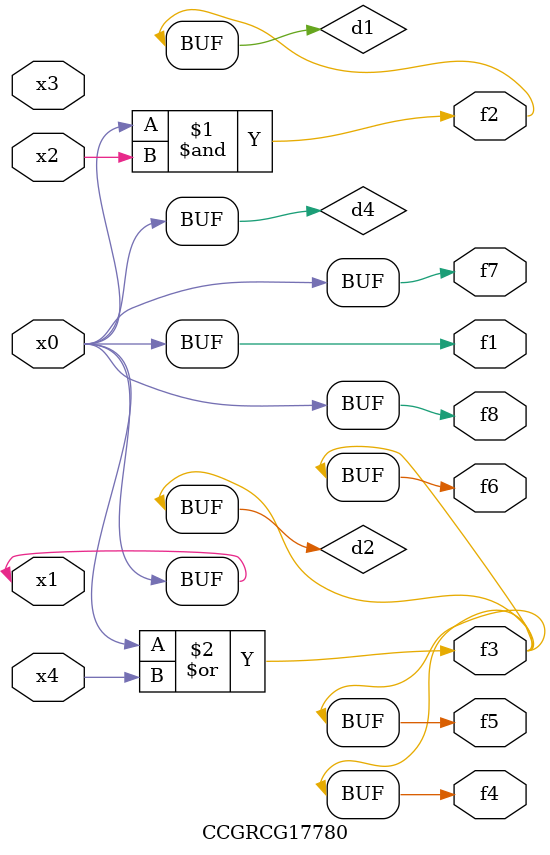
<source format=v>
module CCGRCG17780(
	input x0, x1, x2, x3, x4,
	output f1, f2, f3, f4, f5, f6, f7, f8
);

	wire d1, d2, d3, d4;

	and (d1, x0, x2);
	or (d2, x0, x4);
	nand (d3, x0, x2);
	buf (d4, x0, x1);
	assign f1 = d4;
	assign f2 = d1;
	assign f3 = d2;
	assign f4 = d2;
	assign f5 = d2;
	assign f6 = d2;
	assign f7 = d4;
	assign f8 = d4;
endmodule

</source>
